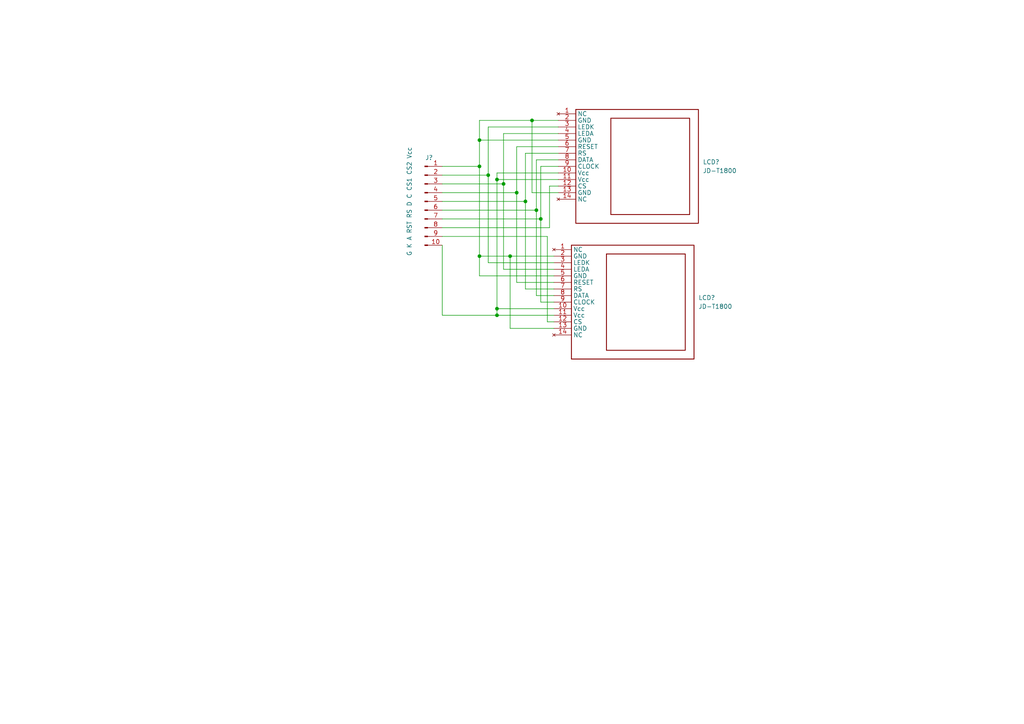
<source format=kicad_sch>
(kicad_sch (version 20211123) (generator eeschema)
  (paper "A4")
  (lib_symbols
    (symbol "Connector:Conn_01x10_Male" (pin_names (offset 1.016) hide)
      (property "Reference" "J" (at 0 12.7 0))
      (property "Value" "Conn_01x10_Male" (at 0 -15.24 0))
      (symbol "Conn_01x10_Male_1_1"
        (polyline (pts (xy 1.27 -12.7) (xy 0.8636 -12.7)) (stroke (width 0.1524)))
        (polyline (pts (xy 1.27 -10.16) (xy 0.8636 -10.16)) (stroke (width 0.1524)))
        (polyline (pts (xy 1.27 -7.62) (xy 0.8636 -7.62)) (stroke (width 0.1524)))
        (polyline (pts (xy 1.27 -5.08) (xy 0.8636 -5.08)) (stroke (width 0.1524)))
        (polyline (pts (xy 1.27 -2.54) (xy 0.8636 -2.54)) (stroke (width 0.1524)))
        (polyline (pts (xy 1.27 0) (xy 0.8636 0)) (stroke (width 0.1524)))
        (polyline (pts (xy 1.27 2.54) (xy 0.8636 2.54)) (stroke (width 0.1524)))
        (polyline (pts (xy 1.27 5.08) (xy 0.8636 5.08)) (stroke (width 0.1524)))
        (polyline (pts (xy 1.27 7.62) (xy 0.8636 7.62)) (stroke (width 0.1524)))
        (polyline (pts (xy 1.27 10.16) (xy 0.8636 10.16)) (stroke (width 0.1524)))
        (rectangle (start 0.8636 -12.573) (end 0 -12.827) (stroke (width 0.1524)) (fill (type outline)))
        (rectangle (start 0.8636 -10.033) (end 0 -10.287) (stroke (width 0.1524)) (fill (type outline)))
        (rectangle (start 0.8636 -7.493) (end 0 -7.747) (stroke (width 0.1524)) (fill (type outline)))
        (rectangle (start 0.8636 -4.953) (end 0 -5.207) (stroke (width 0.1524)) (fill (type outline)))
        (rectangle (start 0.8636 -2.413) (end 0 -2.667) (stroke (width 0.1524)) (fill (type outline)))
        (rectangle (start 0.8636 0.127) (end 0 -0.127) (stroke (width 0.1524)) (fill (type outline)))
        (rectangle (start 0.8636 2.667) (end 0 2.413) (stroke (width 0.1524)) (fill (type outline)))
        (rectangle (start 0.8636 5.207) (end 0 4.953) (stroke (width 0.1524)) (fill (type outline)))
        (rectangle (start 0.8636 7.747) (end 0 7.493) (stroke (width 0.1524)) (fill (type outline)))
        (rectangle (start 0.8636 10.287) (end 0 10.033) (stroke (width 0.1524)) (fill (type outline)))
        (pin passive line (at 5.08 10.16 180) (length 3.81) (name "Pin_1") (number "1"))
        (pin passive line (at 5.08 -12.7 180) (length 3.81) (name "Pin_10") (number "10"))
        (pin passive line (at 5.08 7.62 180) (length 3.81) (name "Pin_2") (number "2"))
        (pin passive line (at 5.08 5.08 180) (length 3.81) (name "Pin_3") (number "3"))
        (pin passive line (at 5.08 2.54 180) (length 3.81) (name "Pin_4") (number "4"))
        (pin passive line (at 5.08 0 180) (length 3.81) (name "Pin_5") (number "5"))
        (pin passive line (at 5.08 -2.54 180) (length 3.81) (name "Pin_6") (number "6"))
        (pin passive line (at 5.08 -5.08 180) (length 3.81) (name "Pin_7") (number "7"))
        (pin passive line (at 5.08 -7.62 180) (length 3.81) (name "Pin_8") (number "8"))
        (pin passive line (at 5.08 -10.16 180) (length 3.81) (name "Pin_9") (number "9"))
      )
    )
    (symbol "JD-T1800:JD-T1800"
      (property "Reference" "LCD?" (at 0.635 -3.175 0))
      (property "Value" "JD-T1800" (at 0.635 6.985 0))
      (symbol "JD-T1800_0_1"
        (rectangle (start -17.78 15.24) (end 17.78 -17.78) (stroke (width 0.254)))
        (rectangle (start -7.62 12.7) (end 15.24 -15.24) (stroke (width 0.254)))
      )
      (symbol "JD-T1800_1_1"
        (pin no_connect line (at -22.86 13.97 0) (length 5.08) (name "NC") (number "1"))
        (pin power_in line (at -22.86 -3.175 0) (length 5.08) (name "Vcc") (number "10"))
        (pin power_in line (at -22.86 -5.08 0) (length 5.08) (name "Vcc") (number "11"))
        (pin input line (at -22.86 -6.985 0) (length 5.08) (name "CS") (number "12"))
        (pin power_in line (at -22.86 -8.89 0) (length 5.08) (name "GND") (number "13"))
        (pin no_connect line (at -22.86 -10.795 0) (length 5.08) (name "NC") (number "14"))
        (pin power_in line (at -22.86 12.065 0) (length 5.08) (name "GND") (number "2"))
        (pin input line (at -22.86 10.16 0) (length 5.08) (name "LEDK") (number "3"))
        (pin input line (at -22.86 8.255 0) (length 5.08) (name "LEDA") (number "4"))
        (pin power_in line (at -22.86 6.35 0) (length 5.08) (name "GND") (number "5"))
        (pin input line (at -22.86 4.445 0) (length 5.08) (name "RESET") (number "6"))
        (pin input line (at -22.86 2.54 0) (length 5.08) (name "RS") (number "7"))
        (pin bidirectional line (at -22.86 0.635 0) (length 5.08) (name "DATA") (number "8"))
        (pin input line (at -22.86 -1.27 0) (length 5.08) (name "CLOCK") (number "9"))
      )
    )
  )
  (junction (at 156.845 63.5))
  (junction (at 146.05 53.34))
  (junction (at 144.145 52.07))
  (junction (at 139.065 74.295))
  (junction (at 144.145 89.535))
  (junction (at 155.575 60.96))
  (junction (at 147.955 74.295))
  (junction (at 144.145 91.44))
  (junction (at 152.4 58.42))
  (junction (at 139.065 48.26))
  (junction (at 154.305 34.925))
  (junction (at 141.605 50.8))
  (junction (at 139.065 40.64))
  (junction (at 149.86 55.88))
  (wire (pts (xy 147.955 95.25) (xy 147.955 74.295)))
  (wire (pts (xy 155.575 60.96) (xy 155.575 85.725)))
  (wire (pts (xy 128.27 68.58) (xy 158.75 68.58)))
  (wire (pts (xy 139.065 48.26) (xy 139.065 74.295)))
  (wire (pts (xy 139.065 40.64) (xy 139.065 48.26)))
  (wire (pts (xy 147.955 74.295) (xy 139.065 74.295)))
  (wire (pts (xy 149.86 42.545) (xy 149.86 55.88)))
  (wire (pts (xy 155.575 85.725) (xy 160.655 85.725)))
  (wire (pts (xy 156.845 48.26) (xy 156.845 63.5)))
  (wire (pts (xy 152.4 58.42) (xy 128.27 58.42)))
  (wire (pts (xy 144.145 89.535) (xy 160.655 89.535)))
  (wire (pts (xy 161.925 48.26) (xy 156.845 48.26)))
  (wire (pts (xy 161.925 38.735) (xy 146.05 38.735)))
  (wire (pts (xy 160.655 91.44) (xy 144.145 91.44)))
  (wire (pts (xy 161.925 34.925) (xy 154.305 34.925)))
  (wire (pts (xy 149.86 55.88) (xy 149.86 81.915)))
  (wire (pts (xy 161.925 53.975) (xy 159.385 53.975)))
  (wire (pts (xy 160.655 95.25) (xy 147.955 95.25)))
  (wire (pts (xy 156.845 63.5) (xy 128.27 63.5)))
  (wire (pts (xy 144.145 50.165) (xy 144.145 52.07)))
  (wire (pts (xy 161.925 55.88) (xy 154.305 55.88)))
  (wire (pts (xy 155.575 46.355) (xy 155.575 60.96)))
  (wire (pts (xy 139.065 48.26) (xy 128.27 48.26)))
  (wire (pts (xy 160.655 74.295) (xy 147.955 74.295)))
  (wire (pts (xy 154.305 34.925) (xy 139.065 34.925)))
  (wire (pts (xy 141.605 76.2) (xy 160.655 76.2)))
  (wire (pts (xy 156.845 63.5) (xy 156.845 87.63)))
  (wire (pts (xy 161.925 42.545) (xy 149.86 42.545)))
  (wire (pts (xy 159.385 53.975) (xy 159.385 66.04)))
  (wire (pts (xy 141.605 50.8) (xy 128.27 50.8)))
  (wire (pts (xy 161.925 36.83) (xy 141.605 36.83)))
  (wire (pts (xy 141.605 50.8) (xy 141.605 76.2)))
  (wire (pts (xy 156.845 87.63) (xy 160.655 87.63)))
  (wire (pts (xy 141.605 36.83) (xy 141.605 50.8)))
  (wire (pts (xy 144.145 52.07) (xy 161.925 52.07)))
  (wire (pts (xy 144.145 89.535) (xy 144.145 91.44)))
  (wire (pts (xy 155.575 60.96) (xy 128.27 60.96)))
  (wire (pts (xy 144.145 91.44) (xy 128.27 91.44)))
  (wire (pts (xy 139.065 80.01) (xy 160.655 80.01)))
  (wire (pts (xy 139.065 34.925) (xy 139.065 40.64)))
  (wire (pts (xy 149.86 55.88) (xy 128.27 55.88)))
  (wire (pts (xy 146.05 53.34) (xy 146.05 78.105)))
  (wire (pts (xy 158.75 68.58) (xy 158.75 93.345)))
  (wire (pts (xy 139.065 40.64) (xy 161.925 40.64)))
  (wire (pts (xy 146.05 38.735) (xy 146.05 53.34)))
  (wire (pts (xy 128.27 71.12) (xy 128.27 91.44)))
  (wire (pts (xy 152.4 58.42) (xy 152.4 83.82)))
  (wire (pts (xy 146.05 53.34) (xy 128.27 53.34)))
  (wire (pts (xy 154.305 55.88) (xy 154.305 34.925)))
  (wire (pts (xy 144.145 52.07) (xy 144.145 89.535)))
  (wire (pts (xy 158.75 93.345) (xy 160.655 93.345)))
  (wire (pts (xy 139.065 74.295) (xy 139.065 80.01)))
  (wire (pts (xy 159.385 66.04) (xy 128.27 66.04)))
  (wire (pts (xy 152.4 83.82) (xy 160.655 83.82)))
  (wire (pts (xy 161.925 50.165) (xy 144.145 50.165)))
  (wire (pts (xy 149.86 81.915) (xy 160.655 81.915)))
  (wire (pts (xy 161.925 44.45) (xy 152.4 44.45)))
  (wire (pts (xy 161.925 46.355) (xy 155.575 46.355)))
  (wire (pts (xy 152.4 44.45) (xy 152.4 58.42)))
  (wire (pts (xy 146.05 78.105) (xy 160.655 78.105)))
  (symbol (lib_id "JD-T1800:JD-T1800") (at 183.515 86.36 0) (unit 1)
    (property "Reference" "LCD?" (at 202.565 86.3599 0) (effects (justify left)))
    (property "Value" "JD-T1800" (at 202.565 88.8999 0) (effects (justify left)))
    (property "Footprint" "adafruit:JD-T1800" (effects hide))
  )
  (symbol (lib_id "JD-T1800:JD-T1800") (at 184.785 46.99 0) (unit 1)
    (property "Reference" "LCD?" (at 203.835 46.9899 0) (effects (justify left)))
    (property "Value" "JD-T1800" (at 203.835 49.5299 0) (effects (justify left)))
    (property "Footprint" "adafruit:JD-T1800" (effects hide))
  )
  (symbol (lib_id "Connector:Conn_01x10_Male") (at 123.19 58.42 0) (unit 1)
    (property "Reference" "J?" (at 124.46 45.72 0))
    (property "Value" "G K A RST RS D C CS1 CS2 Vcc" (at 118.745 58.42 90))
  )
)
</source>
